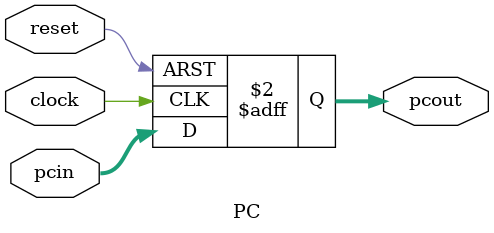
<source format=v>
module PC(reset, clock, pcin, pcout);
	input [7:0] pcin;
	input reset, clock;
	output reg[7:0] pcout;
    always@(posedge clock or posedge reset)
		begin
			if(reset) 
				pcout <=8'd00000000;
			else 
				pcout <= pcin;
		end
endmodule


</source>
